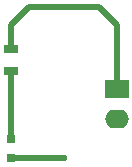
<source format=gtl>
G04*
G04 #@! TF.GenerationSoftware,Altium Limited,Altium Designer,20.0.13 (296)*
G04*
G04 Layer_Physical_Order=1*
G04 Layer_Color=255*
%FSLAX44Y44*%
%MOMM*%
G71*
G01*
G75*
%ADD13R,0.8000X0.8000*%
%ADD14R,1.3000X0.7000*%
%ADD19C,0.5000*%
%ADD20R,2.0000X1.6000*%
%ADD21O,2.0000X1.6000*%
%ADD22C,0.6000*%
D13*
X50000Y63250D02*
D03*
Y46750D02*
D03*
D14*
Y120500D02*
D03*
Y139500D02*
D03*
D19*
Y46750D02*
X95000D01*
X50000Y63250D02*
Y120500D01*
X140000Y105000D02*
Y160000D01*
X50000Y139500D02*
Y160000D01*
X65000Y175000D01*
X125000D01*
X140000Y160000D01*
D20*
Y105000D02*
D03*
D21*
Y80000D02*
D03*
D22*
X95000Y46750D02*
D03*
M02*

</source>
